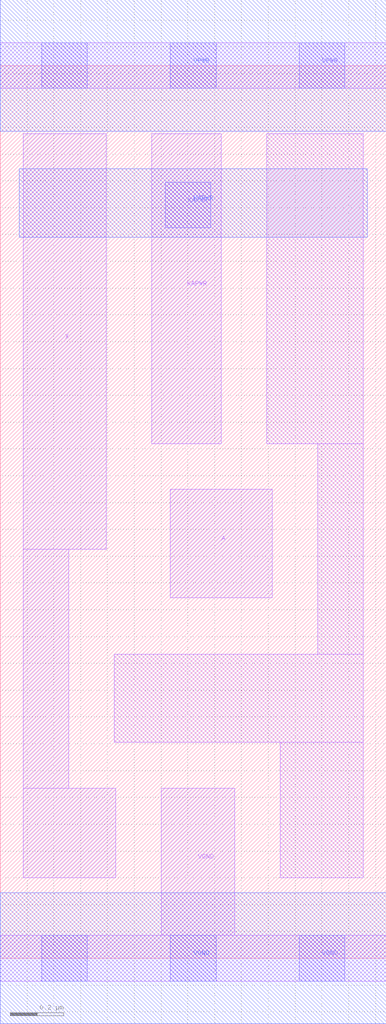
<source format=lef>
# Copyright 2020 The SkyWater PDK Authors
#
# Licensed under the Apache License, Version 2.0 (the "License");
# you may not use this file except in compliance with the License.
# You may obtain a copy of the License at
#
#     https://www.apache.org/licenses/LICENSE-2.0
#
# Unless required by applicable law or agreed to in writing, software
# distributed under the License is distributed on an "AS IS" BASIS,
# WITHOUT WARRANTIES OR CONDITIONS OF ANY KIND, either express or implied.
# See the License for the specific language governing permissions and
# limitations under the License.
#
# SPDX-License-Identifier: Apache-2.0

VERSION 5.7 ;
  NAMESCASESENSITIVE ON ;
  NOWIREEXTENSIONATPIN ON ;
  DIVIDERCHAR "/" ;
  BUSBITCHARS "[]" ;
UNITS
  DATABASE MICRONS 200 ;
END UNITS
MACRO sky130_fd_sc_lp__bufkapwr_1
  CLASS CORE ;
  SOURCE USER ;
  FOREIGN sky130_fd_sc_lp__bufkapwr_1 ;
  ORIGIN  0.000000  0.000000 ;
  SIZE  1.440000 BY  3.330000 ;
  SYMMETRY X Y ;
  SITE unit ;
  PIN A
    ANTENNAGATEAREA  0.252000 ;
    DIRECTION INPUT ;
    USE SIGNAL ;
    PORT
      LAYER li1 ;
        RECT 0.635000 1.345000 1.015000 1.750000 ;
    END
  END A
  PIN X
    ANTENNADIFFAREA  0.445200 ;
    DIRECTION OUTPUT ;
    USE SIGNAL ;
    PORT
      LAYER li1 ;
        RECT 0.085000 0.300000 0.430000 0.635000 ;
        RECT 0.085000 0.635000 0.255000 1.525000 ;
        RECT 0.085000 1.525000 0.395000 3.075000 ;
    END
  END X
  PIN KAPWR
    DIRECTION INOUT ;
    USE POWER ;
    PORT
      LAYER li1 ;
        RECT 0.565000 1.920000 0.825000 3.075000 ;
      LAYER mcon ;
        RECT 0.615000 2.725000 0.785000 2.895000 ;
      LAYER met1 ;
        RECT 0.070000 2.690000 1.370000 2.945000 ;
    END
  END KAPWR
  PIN VGND
    DIRECTION INOUT ;
    USE GROUND ;
    PORT
      LAYER li1 ;
        RECT 0.000000 -0.085000 1.440000 0.085000 ;
        RECT 0.600000  0.085000 0.875000 0.635000 ;
      LAYER mcon ;
        RECT 0.155000 -0.085000 0.325000 0.085000 ;
        RECT 0.635000 -0.085000 0.805000 0.085000 ;
        RECT 1.115000 -0.085000 1.285000 0.085000 ;
      LAYER met1 ;
        RECT 0.000000 -0.245000 1.440000 0.245000 ;
    END
  END VGND
  PIN VPWR
    DIRECTION INOUT ;
    USE POWER ;
    PORT
      LAYER li1 ;
        RECT 0.000000 3.245000 1.440000 3.415000 ;
      LAYER mcon ;
        RECT 0.155000 3.245000 0.325000 3.415000 ;
        RECT 0.635000 3.245000 0.805000 3.415000 ;
        RECT 1.115000 3.245000 1.285000 3.415000 ;
      LAYER met1 ;
        RECT 0.000000 3.085000 1.440000 3.575000 ;
    END
  END VPWR
  OBS
    LAYER li1 ;
      RECT 0.425000 0.805000 1.355000 1.135000 ;
      RECT 0.995000 1.920000 1.355000 3.075000 ;
      RECT 1.045000 0.300000 1.355000 0.805000 ;
      RECT 1.185000 1.135000 1.355000 1.920000 ;
  END
END sky130_fd_sc_lp__bufkapwr_1

</source>
